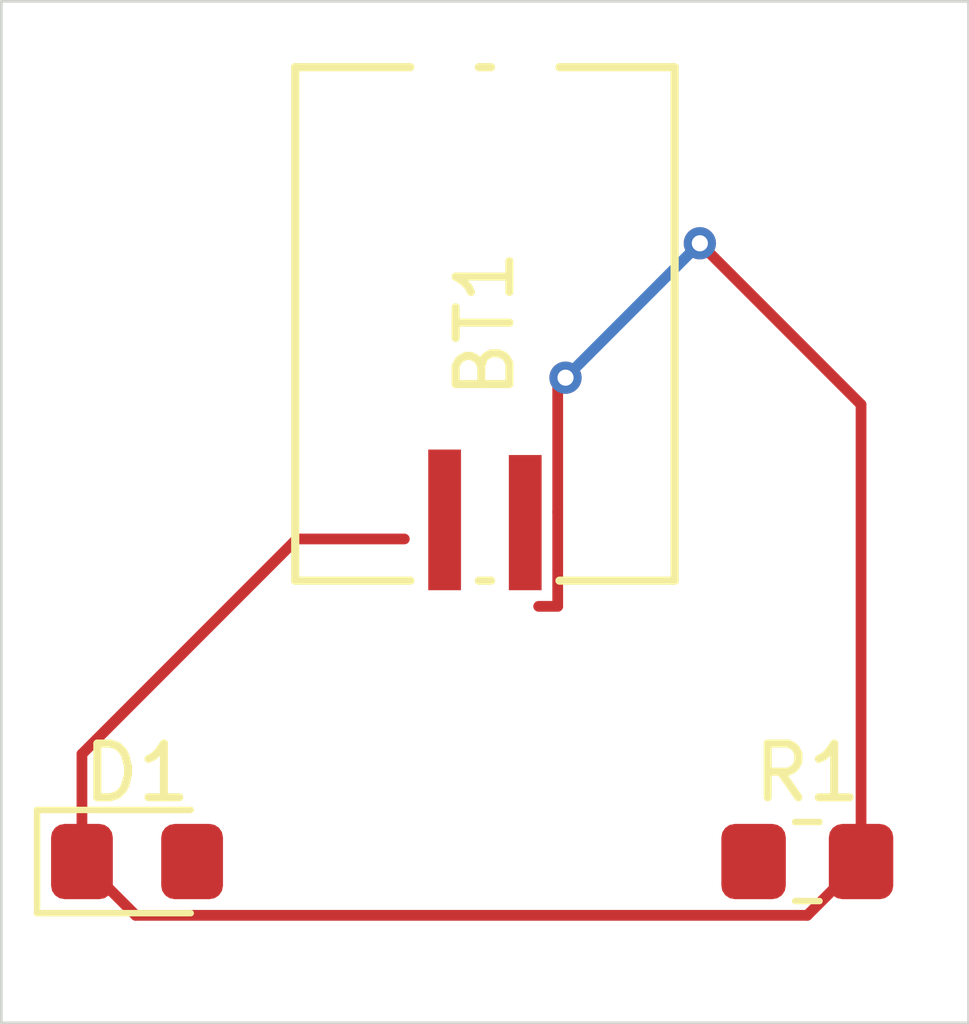
<source format=kicad_pcb>
(kicad_pcb (version 20240108) (generator "pcbnew") (generator_version "8.0")
  (title_block (title "LED Demo") (date "2024-10-28") (rev "1.0") (company "Formula Slug"))
  (layers (0 "F.Cu" signal) (31 "B.Cu" signal) (34 "B.Paste" user) (35 "F.Paste" user) (36 "B.SilkS" user "B.Silkscreen") (37 "F.SilkS" user "F.Silkscreen") (38 "B.Mask" user) (39 "F.Mask" user) (44 "Edge.Cuts" user))
  (net 0 "")
  (net 1 "Net-(BT1--)")
  (net 2 "Net-(BT1-+)")
  (net 3 "Net-(D1-K)")
  (footprint "Resistor_SMD:R_0805_2012Metric_Pad1.20x1.40mm_HandSolder" (layer "F.Cu") (at 140 96.5)
    (property "Reference" "R1" (at 0 -1.65 0) (layer "F.SilkS"))
    (property "Value" "R")
    (fp_line (start -0.227064 -0.735) (end 0.227064 -0.735) (stroke (width 0.12)) (layer "F.SilkS"))
    (fp_line (start -0.227064 0.735) (end 0.227064 0.735) (stroke (width 0.12)) (layer "F.SilkS"))
    (pad "1" smd roundrect (at -1 0) (size 1.2 1.4) (layers "F.Cu" "F.Paste" "F.Mask") (roundrect_rratio 0.208333) (net 1 "Net-(BT1--)"))
    (pad "2" smd roundrect (at 1 0) (size 1.2 1.4) (layers "F.Cu" "F.Paste" "F.Mask") (roundrect_rratio 0.208333) (net 3 "Net-(D1-K)"))
  )
  (footprint "FS_3_Global_Footprint_Library:MS621FE-FL11E_SEC" (layer "F.Cu") (at 134 86.5 90)
    (property "Reference" "BT1" (at 0 0 90) (layer "F.SilkS"))
    (property "Value" "Battery_Cell")
    (fp_line (start 4.7752 -3.5306) (end -4.7752 -3.5306) (stroke (width 0.1524)) (layer "F.SilkS"))
    (fp_line (start -4.7752 -3.5306) (end -4.7752 -1.387541) (stroke (width 0.1524)) (layer "F.SilkS"))
    (fp_line (start 4.7752 -1.387541) (end 4.7752 -3.5306) (stroke (width 0.1524)) (layer "F.SilkS"))
    (fp_line (start -4.7752 -0.112461) (end -4.7752 0.112461) (stroke (width 0.1524)) (layer "F.SilkS"))
    (fp_line (start 4.7752 0.112461) (end 4.7752 -0.112461) (stroke (width 0.1524)) (layer "F.SilkS"))
    (fp_line (start -4.7752 1.387541) (end -4.7752 3.5306) (stroke (width 0.1524)) (layer "F.SilkS"))
    (fp_line (start 4.7752 3.5306) (end 4.7752 1.387541) (stroke (width 0.1524)) (layer "F.SilkS"))
    (fp_line (start -4.7752 3.5306) (end 4.7752 3.5306) (stroke (width 0.1524)) (layer "F.SilkS"))
    (pad "1" smd rect (at -3.6449 -0.750001 90) (size 2.6162 0.6096) (layers "F.Cu" "F.Paste" "F.Mask") (net 2 "Net-(BT1-+)"))
    (pad "2" smd rect (at -3.6957 0.750001 90) (size 2.5146 0.6096) (layers "F.Cu" "F.Paste" "F.Mask") (net 1 "Net-(BT1--)"))
  )
  (footprint "LED_SMD:LED_0805_2012Metric_Pad1.15x1.40mm_HandSolder" (layer "F.Cu") (at 127.525 96.5)
    (property "Reference" "D1" (at 0 -1.65 0) (layer "F.SilkS"))
    (property "Value" "LED")
    (fp_line (start -1.86 -0.96) (end -1.86 0.96) (stroke (width 0.12)) (layer "F.SilkS"))
    (fp_line (start -1.86 0.96) (end 1 0.96) (stroke (width 0.12)) (layer "F.SilkS"))
    (fp_line (start 1 -0.96) (end -1.86 -0.96) (stroke (width 0.12)) (layer "F.SilkS"))
    (pad "1" smd roundrect (at -1.025 0) (size 1.15 1.4) (layers "F.Cu" "F.Paste" "F.Mask") (roundrect_rratio 0.217391) (net 3 "Net-(D1-K)"))
    (pad "2" smd roundrect (at 1.025 0) (size 1.15 1.4) (layers "F.Cu" "F.Paste" "F.Mask") (roundrect_rratio 0.217391) (net 2 "Net-(BT1-+)"))
  )
  (gr_rect (start 125 80.5) (end 143 99.5) (stroke (width 0.05)) (fill none) (layer "Edge.Cuts"))
  (segment (start 126.5 96.5) (end 126.5 94.5) (width 0.2) (layer "F.Cu") (net 3))
  (segment (start 130.5 90.5) (end 132.5 90.5) (width 0.2) (layer "F.Cu") (net 3))
  (segment (start 140 97.5) (end 127.5 97.5) (width 0.2) (layer "F.Cu") (net 3))
  (segment (start 127.5 97.5) (end 126.5 96.5) (width 0.2) (layer "F.Cu") (net 3))
  (segment (start 135.5 87.5) (end 135.354801 87.645199) (width 0.2) (layer "F.Cu") (net 3))
  (segment (start 135.354801 91.753) (end 135 91.753) (width 0.2) (layer "F.Cu") (net 3))
  (segment (start 141 88) (end 141 96.5) (width 0.2) (layer "F.Cu") (net 3))
  (segment (start 141 96.5) (end 140 97.5) (width 0.2) (layer "F.Cu") (net 3))
  (segment (start 135.354801 87.645199) (end 135.354801 90) (width 0.2) (layer "F.Cu") (net 3))
  (segment (start 138 85) (end 141 88) (width 0.2) (layer "F.Cu") (net 3))
  (segment (start 135.354801 90) (end 135.354801 91.753) (width 0.2) (layer "F.Cu") (net 3))
  (segment (start 126.5 94.5) (end 130.5 90.5) (width 0.2) (layer "F.Cu") (net 3))
  (via (at 138 85) (size 0.6) (drill 0.3) (layers "F.Cu" "B.Cu") (net 3))
  (via (at 135.5 87.5) (size 0.6) (drill 0.3) (layers "F.Cu" "B.Cu") (net 3))
  (segment (start 138 85) (end 135.5 87.5) (width 0.2) (layer "B.Cu") (net 3))
)
</source>
